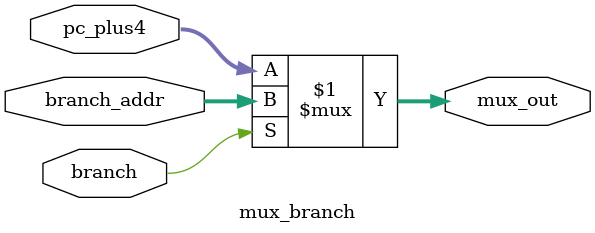
<source format=v>
module mux_branch (
    input [31:0] branch_addr,   // Endereço de salto
    input [31:0] pc_plus4,      // Endereço do próximo PC (PC + 4)
    input branch,               // Sinal de controle (1 para branch, 0 para PC + 4)
    output [31:0] mux_out      // Saída do multiplexador
);

    // Seleção com base no sinal de controle
    assign mux_out = (branch) ? branch_addr : pc_plus4;

endmodule

</source>
